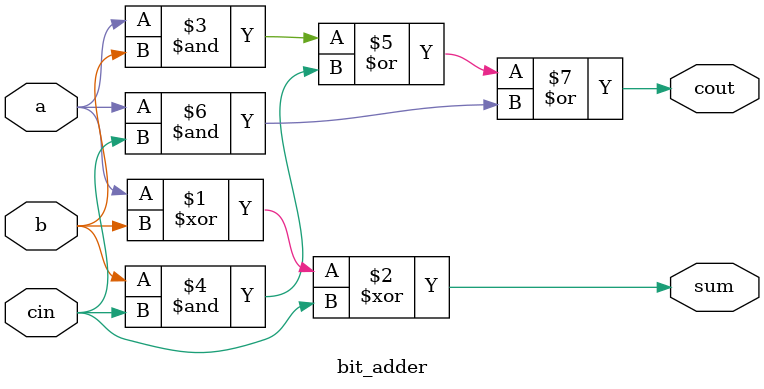
<source format=v>
module top_module( 
    input [99:0] a, b,
    input cin,
    output [99:0] cout,
    output [99:0] sum );

bit_adder bit_adder_0(.a(a[0]),
                      .b(b[0]),
                      .cin(cin),
                      .sum(sum[0]),
                      .cout(cout[0]));

generate
    genvar i;
    for(i = 1; i < 100; i = i + 1) begin : label
        bit_adder bit_adder_i(.a(a[i]),
                            .b(b[i]),
                            .cin(cout[i - 1]),
                            .sum(sum[i]),
                            .cout(cout[i]));
    end
endgenerate

endmodule


module bit_adder (
    input a,
    input b,
    input cin,
    output cout,
    output sum
);

assign sum = a ^ b ^ cin;
assign cout = (a & b) | (b & cin) | (a & cin);

endmodule
</source>
